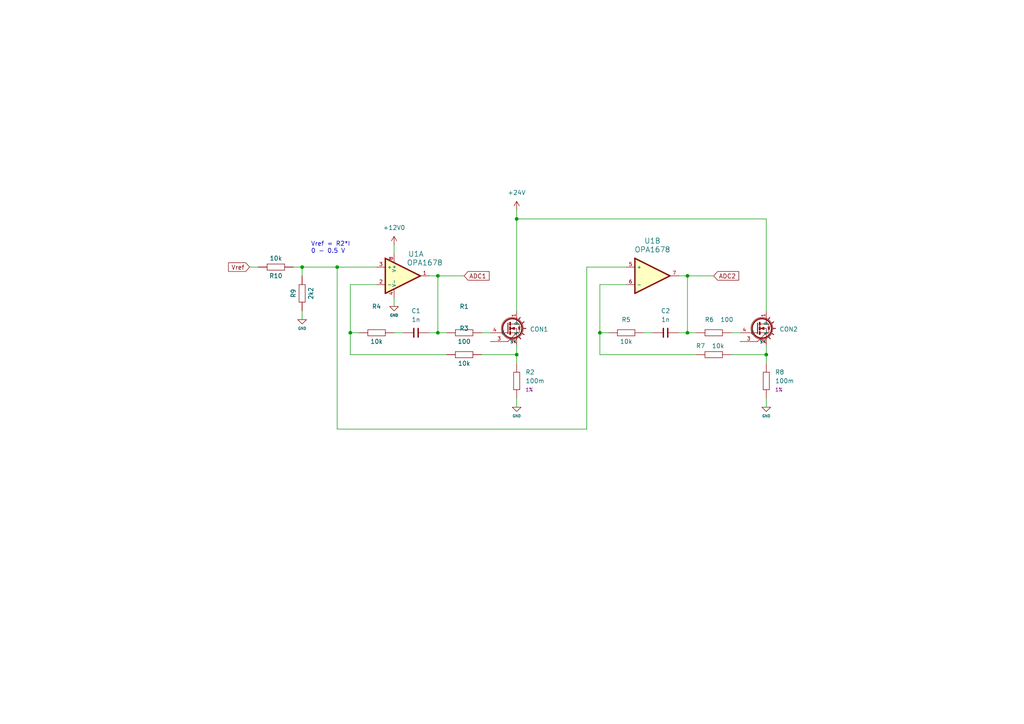
<source format=kicad_sch>
(kicad_sch (version 20230121) (generator eeschema)
  (paper "A4")
  (lib_symbols
    (symbol "active_linear:LMV358DR2G"
      (property "Reference" "U" (at -1.27 5.08 0))
      (property "Value" "LMV358DR2G" (at -1.27 -6.35 0))
      (symbol "LMV358DR2G_0_1"
        (polyline (pts (xy -5.08 5.08) (xy 5.08 0) (xy -5.08 -5.08) (xy -5.08 5.08)) (stroke (width 0.4064)) (fill (type background)))
      )
      (symbol "LMV358DR2G_1_1"
        (pin output line (at 7.62 0 180) (length 2.54) (name "~") (number "1"))
        (pin input line (at -7.62 -2.54 0) (length 2.54) (name "-") (number "2"))
        (pin input line (at -7.62 2.54 0) (length 2.54) (name "+") (number "3"))
        (pin power_in line (at -2.54 -6.35 90) (length 2.54) (name "V-") (number "4"))
        (pin power_in line (at -2.54 6.35 270) (length 2.54) (name "V+") (number "8"))
      )
      (symbol "LMV358DR2G_2_1"
        (pin input line (at -7.62 2.54 0) (length 2.54) (name "+") (number "5"))
        (pin input line (at -7.62 -2.54 0) (length 2.54) (name "-") (number "6"))
        (pin output line (at 7.62 0 180) (length 2.54) (name "~") (number "7"))
      )
    )
    (symbol "mechanical:T4PNF-L214-ST-xx"
      (property "Reference" "CON" (at 3.81 13.97 0))
      (symbol "T4PNF-L214-ST-xx_0_1"
        (circle (center -1.27 1.27) (radius 2.8194) (stroke (width 0.3556)))
        (circle (center -1.27 1.27) (radius 3.175))
        (polyline (pts (xy -5.08 0) (xy -2.54 0)))
        (polyline (pts (xy -2.54 -2.54) (xy 0 0)))
        (polyline (pts (xy -1.905 0.254) (xy -1.905 -0.381)) (stroke (width 0.508)))
        (polyline (pts (xy -1.905 1.651) (xy -1.905 0.889)) (stroke (width 0.508)))
        (polyline (pts (xy -1.905 2.921) (xy -1.905 2.286)) (stroke (width 0.508)))
        (polyline (pts (xy 0.508 1.651) (xy 0.381 1.524)))
        (polyline (pts (xy 0.508 1.651) (xy 1.016 1.651)))
        (polyline (pts (xy 0.635 3.937) (xy 1.016 4.445)) (stroke (width 0.254)))
        (polyline (pts (xy 0.762 -1.27) (xy 1.143 -1.778)) (stroke (width 0.254)))
        (polyline (pts (xy 1.016 1.651) (xy 1.143 1.778)))
        (polyline (pts (xy 1.651 -0.254) (xy 2.159 -0.508)) (stroke (width 0.254)))
        (polyline (pts (xy 1.651 2.794) (xy 2.159 3.175)) (stroke (width 0.254)))
        (polyline (pts (xy 2.032 1.27) (xy 2.667 1.27)) (stroke (width 0.254)))
        (polyline (pts (xy -2.54 2.794) (xy -2.54 -0.254) (xy -2.54 -0.254)) (stroke (width 0.254)))
        (polyline (pts (xy -1.778 0) (xy 0 0) (xy 0 -1.27) (xy 0 -1.27)))
        (polyline (pts (xy -1.778 2.54) (xy 0 2.54) (xy 0 3.81) (xy 0 3.81)))
        (polyline (pts (xy 0 2.54) (xy 0.762 2.54) (xy 0.762 0) (xy 0 0)))
        (polyline (pts (xy 0.762 1.651) (xy 0.508 1.016) (xy 1.016 1.016) (xy 0.762 1.651)) (fill (type outline)))
        (polyline (pts (xy -1.778 1.27) (xy -1.27 1.27) (xy 0 1.27) (xy 0 0) (xy 0 0)))
        (polyline (pts (xy -1.651 1.27) (xy -0.635 1.651) (xy -0.635 0.889) (xy -1.651 1.27) (xy -1.524 1.27) (xy -1.524 1.27)) (fill (type outline)))
        (circle (center 0 0) (radius 0.127))
        (circle (center 0 2.54) (radius 0.127))
      )
      (symbol "T4PNF-L214-ST-xx_1_1"
        (pin passive line (at 0 6.35 270) (length 2.54) (name "D") (number "1"))
        (pin passive line (at 0 -3.81 90) (length 2.54) (name "S") (number "2"))
        (pin passive line (at -7.62 -2.54 0) (length 5.08) (name "SK") (number "3"))
        (pin input line (at -7.62 0 0) (length 2.54) (name "G") (number "4"))
      )
    )
    (symbol "passive_capacitors:C_0805_NP0" (pin_numbers hide) (pin_names (offset 0) hide)
      (property "Reference" "C" (at 0 2.54 0))
      (property "Value" "C_0805_NP0" (at 1.27 -2.54 0))
      (symbol "C_0805_NP0_0_1"
        (polyline (pts (xy 0.635 1.27) (xy 0.635 -1.27)) (stroke (width 0.381)))
        (polyline (pts (xy -0.635 1.27) (xy -0.635 -1.27) (xy -0.635 0.635)) (stroke (width 0.381)))
      )
      (symbol "C_0805_NP0_1_1"
        (pin passive line (at -3.81 0 0) (length 3.175) (name "A") (number "1"))
        (pin passive line (at 3.81 0 180) (length 3.175) (name "K") (number "2"))
      )
    )
    (symbol "passive_resistors:R_0805_1%" (pin_numbers hide) (pin_names (offset 1.016) hide)
      (property "Reference" "R" (at -3.81 1.4986 0))
      (property "Value" "R_0805_1%" (at -3.81 -3.302 0))
      (property "Tolerance" "1%" (at 3.81 1.27 0))
      (symbol "R_0805_1%_1_0"
        (polyline (pts (xy -2.54 -0.889) (xy -2.54 0.889)))
        (polyline (pts (xy -2.54 -0.889) (xy 2.54 -0.889)))
        (polyline (pts (xy 2.54 -0.889) (xy 2.54 0.889)))
        (polyline (pts (xy 2.54 0.889) (xy -2.54 0.889)))
      )
      (symbol "R_0805_1%_1_1"
        (pin passive line (at -5.08 0 0) (length 2.54) (name "1") (number "1"))
        (pin passive line (at 5.08 0 180) (length 2.54) (name "2") (number "2"))
      )
    )
    (symbol "passive_resistors:R_1206_1%" (pin_numbers hide) (pin_names (offset 1.016) hide)
      (property "Reference" "R" (at -3.81 1.4986 0))
      (property "Value" "R_1206_1%" (at -3.81 -3.302 0))
      (property "Tolerance" "1%" (at 3.81 1.27 0))
      (symbol "R_1206_1%_1_0"
        (polyline (pts (xy -2.54 -0.889) (xy -2.54 0.889)))
        (polyline (pts (xy -2.54 -0.889) (xy 2.54 -0.889)))
        (polyline (pts (xy 2.54 -0.889) (xy 2.54 0.889)))
        (polyline (pts (xy 2.54 0.889) (xy -2.54 0.889)))
      )
      (symbol "R_1206_1%_1_1"
        (pin passive line (at -5.08 0 0) (length 2.54) (name "1") (number "1"))
        (pin passive line (at 5.08 0 180) (length 2.54) (name "2") (number "2"))
      )
    )
    (symbol "powerSymbols:+12V" (power) (pin_names (offset 0))
      (property "Value" "+12V" (at 0 3.556 0))
      (symbol "+12V_0_1"
        (polyline (pts (xy -0.762 1.27) (xy 0 2.54)))
        (polyline (pts (xy 0 0) (xy 0 2.54)))
        (polyline (pts (xy 0 2.54) (xy 0.762 1.27)))
      )
      (symbol "+12V_1_1"
        (pin power_in line (at 0 0 90) (length 0) hide (name "+12V0") (number "1"))
      )
    )
    (symbol "powerSymbols:+24V" (power) (pin_names (offset 0))
      (property "Value" "+24V" (at 0 3.556 0))
      (symbol "+24V_0_1"
        (polyline (pts (xy -0.762 1.27) (xy 0 2.54)))
        (polyline (pts (xy 0 0) (xy 0 2.54)))
        (polyline (pts (xy 0 2.54) (xy 0.762 1.27)))
      )
      (symbol "+24V_1_1"
        (pin power_in line (at 0 0 90) (length 0) hide (name "+24V") (number "1"))
      )
    )
    (symbol "powerSymbols:GND" (power) (pin_numbers hide) (pin_names (offset 0) hide)
      (property "Value" "GND" (at -1.27 -1.905 90))
      (symbol "GND_0_1"
        (polyline (pts (xy -1.27 0) (xy 0 -1.27) (xy 1.27 0) (xy -1.27 0)))
      )
      (symbol "GND_1_1"
        (pin power_in line (at 0 0 90) (length 0) hide (name "GND") (number "1"))
      )
    )
  )
  (junction (at 87.63 77.47))
  (junction (at 127 80.01))
  (junction (at 222.25 102.87))
  (junction (at 127 96.52))
  (junction (at 149.86 102.87))
  (junction (at 97.79 77.47))
  (junction (at 101.6 96.52))
  (junction (at 199.39 96.52))
  (junction (at 173.99 96.52))
  (junction (at 199.39 80.01))
  (junction (at 149.86 63.5))
  (wire (pts (xy 101.6 102.87) (xy 129.54 102.87)))
  (wire (pts (xy 199.39 96.52) (xy 199.39 80.01)))
  (wire (pts (xy 87.63 77.47) (xy 87.63 80.01)))
  (wire (pts (xy 170.18 124.46) (xy 97.79 124.46)))
  (wire (pts (xy 173.99 102.87) (xy 173.99 96.52)))
  (wire (pts (xy 173.99 102.87) (xy 201.93 102.87)))
  (wire (pts (xy 222.25 63.5) (xy 149.86 63.5)))
  (wire (pts (xy 173.99 82.55) (xy 181.61 82.55)))
  (wire (pts (xy 114.3 96.52) (xy 116.84 96.52)))
  (wire (pts (xy 199.39 80.01) (xy 207.01 80.01)))
  (wire (pts (xy 212.09 96.52) (xy 214.63 96.52)))
  (wire (pts (xy 222.25 63.5) (xy 222.25 90.17)))
  (wire (pts (xy 87.63 77.47) (xy 97.79 77.47)))
  (wire (pts (xy 222.25 102.87) (xy 222.25 105.41)))
  (wire (pts (xy 196.85 96.52) (xy 199.39 96.52)))
  (wire (pts (xy 114.3 71.12) (xy 114.3 73.66)))
  (wire (pts (xy 101.6 96.52) (xy 104.14 96.52)))
  (wire (pts (xy 170.18 77.47) (xy 181.61 77.47)))
  (wire (pts (xy 101.6 96.52) (xy 101.6 82.55)))
  (wire (pts (xy 149.86 60.96) (xy 149.86 63.5)))
  (wire (pts (xy 114.3 86.36) (xy 114.3 88.9)))
  (wire (pts (xy 127 96.52) (xy 127 80.01)))
  (wire (pts (xy 170.18 77.47) (xy 170.18 124.46)))
  (wire (pts (xy 127 96.52) (xy 129.54 96.52)))
  (wire (pts (xy 149.86 63.5) (xy 149.86 90.17)))
  (wire (pts (xy 124.46 96.52) (xy 127 96.52)))
  (wire (pts (xy 124.46 80.01) (xy 127 80.01)))
  (wire (pts (xy 85.09 77.47) (xy 87.63 77.47)))
  (wire (pts (xy 101.6 102.87) (xy 101.6 96.52)))
  (wire (pts (xy 97.79 77.47) (xy 109.22 77.47)))
  (wire (pts (xy 72.39 77.47) (xy 74.93 77.47)))
  (wire (pts (xy 186.69 96.52) (xy 189.23 96.52)))
  (wire (pts (xy 222.25 100.33) (xy 222.25 102.87)))
  (wire (pts (xy 199.39 96.52) (xy 201.93 96.52)))
  (wire (pts (xy 87.63 90.17) (xy 87.63 92.71)))
  (wire (pts (xy 196.85 80.01) (xy 199.39 80.01)))
  (wire (pts (xy 139.7 96.52) (xy 142.24 96.52)))
  (wire (pts (xy 149.86 102.87) (xy 149.86 105.41)))
  (wire (pts (xy 149.86 102.87) (xy 139.7 102.87)))
  (wire (pts (xy 149.86 100.33) (xy 149.86 102.87)))
  (wire (pts (xy 127 80.01) (xy 134.62 80.01)))
  (wire (pts (xy 149.86 115.57) (xy 149.86 118.11)))
  (wire (pts (xy 222.25 115.57) (xy 222.25 118.11)))
  (wire (pts (xy 173.99 96.52) (xy 176.53 96.52)))
  (wire (pts (xy 97.79 77.47) (xy 97.79 124.46)))
  (wire (pts (xy 101.6 82.55) (xy 109.22 82.55)))
  (wire (pts (xy 222.25 102.87) (xy 212.09 102.87)))
  (wire (pts (xy 173.99 96.52) (xy 173.99 82.55)))
  (text "Vref = R2*I\n0 - 0.5 V" (at 90.17 73.66 0) (effects (font (size 1.27 1.27)) (justify left bottom)))
  (global_label "ADC1" (shape input) (at 134.62 80.01 0) (property "Intersheetrefs" "${INTERSHEET_REFS}" (effects hide)))
  (global_label "ADC2" (shape input) (at 207.01 80.01 0) (property "Intersheetrefs" "${INTERSHEET_REFS}" (effects hide)))
  (global_label "Vref" (shape input) (at 72.39 77.47 180) (property "Intersheetrefs" "${INTERSHEET_REFS}" (effects hide)))
  (symbol (lib_id "powerSymbols:GND") (at 222.25 118.11 0) (unit 1)
    (property "Reference" "#PWR06" (effects hide))
    (property "Value" "GND" (at 222.25 120.65 0) (effects (font (size 0.762 0.762))))
  )
  (symbol (lib_id "passive_resistors:R_0805_1%") (at 87.63 85.09 90) (unit 1)
    (property "Reference" "R9" (at 85.09 85.09 0))
    (property "Value" "2k2" (at 90.17 85.09 0))
    (property "Footprint" "Resistors_SMD:R_0805" (effects hide))
    (property "Tolerance" "1%" (effects hide))
  )
  (symbol (lib_id "passive_resistors:R_1206_1%") (at 149.86 110.49 90) (unit 1)
    (property "Reference" "R2" (at 152.4 107.95 90) (effects (justify right)))
    (property "Value" "100m" (at 152.4 110.49 90) (effects (justify right)))
    (property "Footprint" "Resistors_SMD:R_1206" (effects hide))
    (property "Tolerance" "1%" (at 152.4 113.0299 90) (effects (font (size 0.9906 0.9906)) (justify right)))
  )
  (symbol (lib_id "powerSymbols:+24V") (at 149.86 60.96 0) (unit 1)
    (property "Reference" "#PWR05" (effects hide))
    (property "Value" "+24V" (at 149.86 55.88 0))
  )
  (symbol (lib_id "mechanical:T4PNF-L214-ST-xx") (at 149.86 96.52 0) (unit 1)
    (property "Reference" "CON1" (at 153.67 95.504 0) (effects (justify left)))
    (property "Value" "~" (at 149.86 96.52 0))
    (property "Footprint" "Connectors:T4PNF-L214-ST-xx" (effects hide))
  )
  (symbol (lib_id "powerSymbols:+12V") (at 114.3 71.12 0) (unit 1)
    (property "Reference" "#PWR03" (effects hide))
    (property "Value" "+12V" (at 114.3 66.04 0))
  )
  (symbol (lib_id "active_linear:LMV358DR2G") (at 189.23 80.01 0) (unit 2)
    (property "Reference" "U1" (at 189.23 69.85 0) (effects (font (size 1.524 1.524))))
    (property "Value" "OPA1678" (at 189.23 72.39 0) (effects (font (size 1.524 1.524))))
    (property "Footprint" "SMD_Packages:SOIC-8-N" (effects hide))
    (property "Manufacturer" " onsemi" (effects hide))
    (property "Manufacturer Ref" "LMV358DR2G " (effects hide))
  )
  (symbol (lib_id "active_linear:LMV358DR2G") (at 116.84 80.01 0) (unit 1)
    (property "Reference" "U1" (at 120.65 73.66 0) (effects (font (size 1.524 1.524))))
    (property "Value" "OPA1678" (at 123.19 76.2 0) (effects (font (size 1.524 1.524))))
    (property "Footprint" "SMD_Packages:SOIC-8-N" (effects hide))
    (property "Manufacturer" " onsemi" (effects hide))
    (property "Manufacturer Ref" "LMV358DR2G " (effects hide))
  )
  (symbol (lib_id "passive_resistors:R_0805_1%") (at 80.01 77.47 180) (unit 1)
    (property "Reference" "R10" (at 80.01 80.01 0))
    (property "Value" "10k" (at 80.01 74.93 0))
    (property "Footprint" "Resistors_SMD:R_0805" (effects hide))
    (property "Tolerance" "1%" (effects hide))
  )
  (symbol (lib_id "passive_resistors:R_0805_1%") (at 134.62 96.52 0) (unit 1)
    (property "Reference" "R1" (at 134.62 88.9 0))
    (property "Value" "100" (at 134.62 99.06 0))
    (property "Footprint" "Resistors_SMD:R_0805" (effects hide))
    (property "Tolerance" "1%" (effects hide))
  )
  (symbol (lib_id "passive_resistors:R_0805_1%") (at 207.01 96.52 0) (unit 1)
    (property "Reference" "R6" (at 205.74 92.71 0))
    (property "Value" "100" (at 210.82 92.71 0))
    (property "Footprint" "Resistors_SMD:R_0805" (effects hide))
    (property "Tolerance" "1%" (effects hide))
  )
  (symbol (lib_id "mechanical:T4PNF-L214-ST-xx") (at 222.25 96.52 0) (unit 1)
    (property "Reference" "CON2" (at 226.06 95.504 0) (effects (justify left)))
    (property "Value" "~" (at 222.25 96.52 0))
    (property "Footprint" "Connectors:T4PNF-L214-ST-xx" (effects hide))
  )
  (symbol (lib_id "passive_capacitors:C_0805_NP0") (at 120.65 96.52 0) (unit 1)
    (property "Reference" "C1" (at 120.65 90.17 0))
    (property "Value" "1n" (at 120.65 92.71 0))
    (property "Footprint" "Capacitors_SMD:C_0805" (effects hide))
    (property "Dielectric" "NP0" (effects hide))
  )
  (symbol (lib_id "passive_resistors:R_0805_1%") (at 181.61 96.52 0) (unit 1)
    (property "Reference" "R5" (at 181.61 92.71 0))
    (property "Value" "10k" (at 181.61 99.06 0))
    (property "Footprint" "Resistors_SMD:R_0805" (effects hide))
    (property "Tolerance" "1%" (effects hide))
  )
  (symbol (lib_id "passive_resistors:R_1206_1%") (at 222.25 110.49 90) (unit 1)
    (property "Reference" "R8" (at 224.79 107.95 90) (effects (justify right)))
    (property "Value" "100m" (at 224.79 110.49 90) (effects (justify right)))
    (property "Footprint" "Resistors_SMD:R_1206" (effects hide))
    (property "Tolerance" "1%" (at 224.79 113.0299 90) (effects (font (size 0.9906 0.9906)) (justify right)))
  )
  (symbol (lib_id "powerSymbols:GND") (at 87.63 92.71 0) (unit 1)
    (property "Reference" "#PWR04" (effects hide))
    (property "Value" "GND" (at 87.63 95.25 0) (effects (font (size 0.762 0.762))))
  )
  (symbol (lib_id "powerSymbols:GND") (at 114.3 88.9 0) (unit 1)
    (property "Reference" "#PWR02" (effects hide))
    (property "Value" "GND" (at 114.3 91.44 0) (effects (font (size 0.762 0.762))))
  )
  (symbol (lib_id "passive_resistors:R_0805_1%") (at 207.01 102.87 0) (unit 1)
    (property "Reference" "R7" (at 203.2 100.33 0))
    (property "Value" "10k" (at 208.28 100.33 0))
    (property "Footprint" "Resistors_SMD:R_0805" (effects hide))
    (property "Tolerance" "1%" (effects hide))
  )
  (symbol (lib_id "powerSymbols:GND") (at 149.86 118.11 0) (unit 1)
    (property "Reference" "#PWR01" (effects hide))
    (property "Value" "GND" (at 149.86 120.65 0) (effects (font (size 0.762 0.762))))
  )
  (symbol (lib_id "passive_resistors:R_0805_1%") (at 134.62 102.87 0) (unit 1)
    (property "Reference" "R3" (at 134.62 95.25 0))
    (property "Value" "10k" (at 134.62 105.41 0))
    (property "Footprint" "Resistors_SMD:R_0805" (effects hide))
    (property "Tolerance" "1%" (effects hide))
  )
  (symbol (lib_id "passive_resistors:R_0805_1%") (at 109.22 96.52 0) (unit 1)
    (property "Reference" "R4" (at 109.22 88.9 0))
    (property "Value" "10k" (at 109.22 99.06 0))
    (property "Footprint" "Resistors_SMD:R_0805" (effects hide))
    (property "Tolerance" "1%" (effects hide))
  )
  (symbol (lib_id "passive_capacitors:C_0805_NP0") (at 193.04 96.52 0) (unit 1)
    (property "Reference" "C2" (at 193.04 90.17 0))
    (property "Value" "1n" (at 193.04 92.71 0))
    (property "Footprint" "Capacitors_SMD:C_0805" (effects hide))
    (property "Dielectric" "NP0" (effects hide))
  )
)
</source>
